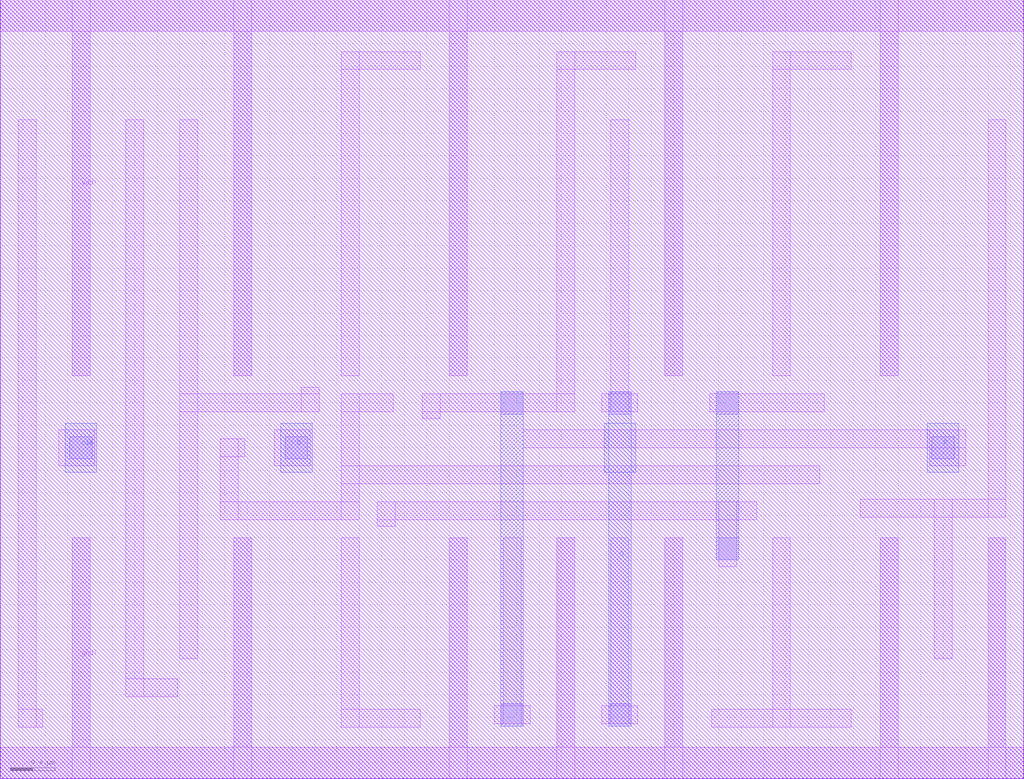
<source format=lef>

#******
# Preview export LEF
#
#	 Preview sub-version 5.10.41_USR5.90.69
#
# TECH LIB NAME: cmrf8sf
# TECH FILE NAME: techfile.cds
#******

VERSION 5.4 ;

NAMESCASESENSITIVE ON ;

DIVIDERCHAR "|" ;
BUSBITCHARS "<>" ;

UNITS
    DATABASE MICRONS 100  ;
END UNITS

 MANUFACTURINGGRID    0.010000 ;
LAYER CA
    TYPE CUT ;
    SPACING 0.24 ;
    ANTENNAAREARATIO 2.00 ;
    ANTENNASIDEAREARATIO 0.00 ;
    ANTENNADIFFAREARATIO 2.00 ;
    ANTENNADIFFSIDEAREARATIO PWL  (  )  ;
    ANTENNACUMAREARATIO PWL  (  )  ;
    ANTENNACUMDIFFAREARATIO PWL  (  )  ;
    ANTENNACUMSIDEAREARATIO PWL  (  )  ;
    ANTENNACUMDIFFSIDEAREARATIO PWL  (  )  ;
    ANTENNAAREAFACTOR  ;
    ANTENNASIDEAREAFACTOR  ;
END CA

LAYER M1
    TYPE ROUTING ;
    WIDTH 0.16 ;
    SPACING 0.16 ;
    OFFSET 0.16 ;
    PITCH 0.32 ;
    DIRECTION HORIZONTAL ;
    RESISTANCE RPERSQ 0.07090000 ;
    ANTENNAAREARATIO 150.00 ;
    ANTENNASIDEAREARATIO 0.00 ;
    ANTENNADIFFAREARATIO 150.00 ;
    ANTENNADIFFSIDEAREARATIO PWL  (  )  ;
    ANTENNACUMAREARATIO PWL  (  )  ;
    ANTENNACUMDIFFAREARATIO PWL  (  )  ;
    ANTENNACUMSIDEAREARATIO PWL  (  )  ;
    ANTENNACUMDIFFSIDEAREARATIO PWL  (  )  ;
    ANTENNAAREAFACTOR  ;
    ANTENNASIDEAREAFACTOR  ;
END M1

LAYER V1
    TYPE CUT ;
    SPACING 0.20 ;
    ANTENNAAREARATIO 10.00 ;
    ANTENNASIDEAREARATIO 0.00 ;
    ANTENNADIFFAREARATIO 10.00 ;
    ANTENNADIFFSIDEAREARATIO PWL  (  )  ;
    ANTENNACUMAREARATIO PWL  (  )  ;
    ANTENNACUMDIFFAREARATIO PWL  (  )  ;
    ANTENNACUMSIDEAREARATIO PWL  (  )  ;
    ANTENNACUMDIFFSIDEAREARATIO PWL  (  )  ;
    ANTENNAAREAFACTOR  ;
    ANTENNASIDEAREAFACTOR  ;
END V1

LAYER M2
    TYPE ROUTING ;
    WIDTH 0.20 ;
    SPACING 0.20 ;
    OFFSET 0.20 ;
    PITCH 0.40 ;
    DIRECTION VERTICAL ;
    RESISTANCE RPERSQ 0.06390000 ;
    ANTENNAAREARATIO 150.00 ;
    ANTENNASIDEAREARATIO 0.00 ;
    ANTENNADIFFAREARATIO 150.00 ;
    ANTENNADIFFSIDEAREARATIO PWL  (  )  ;
    ANTENNACUMAREARATIO PWL  (  )  ;
    ANTENNACUMDIFFAREARATIO PWL  (  )  ;
    ANTENNACUMSIDEAREARATIO PWL  (  )  ;
    ANTENNACUMDIFFSIDEAREARATIO PWL  (  )  ;
    ANTENNAAREAFACTOR  ;
    ANTENNASIDEAREAFACTOR  ;
END M2

LAYER V2
    TYPE CUT ;
    SPACING 0.20 ;
    ANTENNAAREARATIO 10.00 ;
    ANTENNASIDEAREARATIO 0.00 ;
    ANTENNADIFFAREARATIO 10.00 ;
    ANTENNADIFFSIDEAREARATIO PWL  (  )  ;
    ANTENNACUMAREARATIO PWL  (  )  ;
    ANTENNACUMDIFFAREARATIO PWL  (  )  ;
    ANTENNACUMSIDEAREARATIO PWL  (  )  ;
    ANTENNACUMDIFFSIDEAREARATIO PWL  (  )  ;
    ANTENNAAREAFACTOR  ;
    ANTENNASIDEAREAFACTOR  ;
END V2

LAYER M3
    TYPE ROUTING ;
    WIDTH 0.20 ;
    SPACING 0.20 ;
    OFFSET 0.20 ;
    PITCH 0.40 ;
    DIRECTION HORIZONTAL ;
    RESISTANCE RPERSQ 0.06390000 ;
    ANTENNAAREARATIO 150.00 ;
    ANTENNASIDEAREARATIO 0.00 ;
    ANTENNADIFFAREARATIO 150.00 ;
    ANTENNADIFFSIDEAREARATIO PWL  (  )  ;
    ANTENNACUMAREARATIO PWL  (  )  ;
    ANTENNACUMDIFFAREARATIO PWL  (  )  ;
    ANTENNACUMSIDEAREARATIO PWL  (  )  ;
    ANTENNACUMDIFFSIDEAREARATIO PWL  (  )  ;
    ANTENNAAREAFACTOR  ;
    ANTENNASIDEAREAFACTOR  ;
END M3

LAYER VL
    TYPE CUT ;
    SPACING 0.40 ;
    ANTENNAAREARATIO 10.00 ;
    ANTENNASIDEAREARATIO 0.00 ;
    ANTENNADIFFAREARATIO 10.00 ;
    ANTENNADIFFSIDEAREARATIO PWL  (  )  ;
    ANTENNACUMAREARATIO PWL  (  )  ;
    ANTENNACUMDIFFAREARATIO PWL  (  )  ;
    ANTENNACUMSIDEAREARATIO PWL  (  )  ;
    ANTENNACUMDIFFSIDEAREARATIO PWL  (  )  ;
    ANTENNAAREAFACTOR  ;
    ANTENNASIDEAREAFACTOR  ;
END VL

LAYER MQ
    TYPE ROUTING ;
    WIDTH 0.40 ;
    SPACING 0.40 ;
    OFFSET 0.40 ;
    PITCH 0.80 ;
    DIRECTION VERTICAL ;
    RESISTANCE RPERSQ 0.03390000 ;
    ANTENNAAREARATIO 150.00 ;
    ANTENNASIDEAREARATIO 0.00 ;
    ANTENNADIFFAREARATIO 150.00 ;
    ANTENNADIFFSIDEAREARATIO PWL  (  )  ;
    ANTENNACUMAREARATIO PWL  (  )  ;
    ANTENNACUMDIFFAREARATIO PWL  (  )  ;
    ANTENNACUMSIDEAREARATIO PWL  (  )  ;
    ANTENNACUMDIFFSIDEAREARATIO PWL  (  )  ;
    ANTENNAAREAFACTOR  ;
    ANTENNASIDEAREAFACTOR  ;
END MQ

VIA PC_M1 DEFAULT
    RESISTANCE 5.0000000000 ;
    LAYER PC ;
        RECT -0.10 -0.10 0.10 0.10 ;
    LAYER CA ;
        RECT -0.08 -0.08 0.08 0.08 ;
    LAYER M1 ;
        RECT -0.12 -0.12 0.12 0.12 ;
END PC_M1

VIA DPC_M1 DEFAULT
    RESISTANCE 5.0000000000 ;
    LAYER PC ;
        RECT -0.30 -0.10 0.30 0.10 ;
    LAYER CA ;
        RECT 0.12 -0.08 0.28 0.08 ;
        RECT -0.28 -0.08 -0.12 0.08 ;
    LAYER M1 ;
        RECT -0.32 -0.12 0.32 0.12 ;
END DPC_M1

VIA RX_M1 DEFAULT
    RESISTANCE 5.0000000000 ;
    LAYER RX ;
        RECT -0.14 -0.14 0.14 0.14 ;
    LAYER CA ;
        RECT -0.08 -0.08 0.08 0.08 ;
    LAYER M1 ;
        RECT -0.12 -0.12 0.12 0.12 ;
END RX_M1

VIA DRX_M1 DEFAULT
    RESISTANCE 5.0000000000 ;
    LAYER RX ;
        RECT -0.34 -0.14 0.34 0.14 ;
    LAYER CA ;
        RECT 0.12 -0.08 0.28 0.08 ;
        RECT -0.28 -0.08 -0.12 0.08 ;
    LAYER M1 ;
        RECT -0.32 -0.12 0.32 0.12 ;
END DRX_M1

VIA M1_M2 DEFAULT
    RESISTANCE 5.0000000000 ;
    LAYER M1 ;
        RECT -0.16 -0.16 0.16 0.16 ;
    LAYER V1 ;
        RECT -0.10 -0.10 0.10 0.10 ;
    LAYER M2 ;
        RECT -0.10 -0.10 0.10 0.10 ;
END M1_M2

VIA DM1_M2 DEFAULT
    RESISTANCE 5.0000000000 ;
    LAYER M1 ;
        RECT -0.40 -0.16 0.40 0.16 ;
    LAYER V1 ;
        RECT 0.14 -0.10 0.34 0.10 ;
        RECT -0.34 -0.10 -0.14 0.10 ;
    LAYER M2 ;
        RECT -0.34 -0.10 0.34 0.10 ;
END DM1_M2

VIA M2_M3 DEFAULT
    RESISTANCE 5.0000000000 ;
    LAYER M2 ;
        RECT -0.10 -0.10 0.10 0.10 ;
    LAYER V2 ;
        RECT -0.10 -0.10 0.10 0.10 ;
    LAYER M3 ;
        RECT -0.10 -0.10 0.10 0.10 ;
END M2_M3

VIA DM2_M3 DEFAULT
    RESISTANCE 5.0000000000 ;
    LAYER M2 ;
        RECT -0.34 -0.10 0.34 0.10 ;
    LAYER V2 ;
        RECT 0.14 -0.10 0.34 0.10 ;
        RECT -0.34 -0.10 -0.14 0.10 ;
    LAYER M3 ;
        RECT -0.34 -0.10 0.34 0.10 ;
END DM2_M3

VIA M3_MQ DEFAULT
    RESISTANCE 5.0000000000 ;
    LAYER M3 ;
        RECT -0.20 -0.20 0.20 0.20 ;
    LAYER VL ;
        RECT -0.20 -0.20 0.20 0.20 ;
    LAYER MQ ;
        RECT -0.20 -0.20 0.20 0.20 ;
END M3_MQ

VIA DM3_MQ DEFAULT
    RESISTANCE 5.0000000000 ;
    LAYER M3 ;
        RECT -0.60 -0.20 0.60 0.20 ;
    LAYER VL ;
        RECT 0.20 -0.20 0.60 0.20 ;
        RECT -0.60 -0.20 -0.20 0.20 ;
    LAYER MQ ;
        RECT -0.60 -0.20 0.60 0.20 ;
END DM3_MQ

MACRO inv
    CLASS CORE ;
    FOREIGN inv 0 -2.95 ;
    ORIGIN 0.00 2.95 ;
    SIZE 0.96 BY 6.94 ;
    SYMMETRY X Y ;
    SITE core ;
    PIN a
        DIRECTION INPUT ;
        PORT
        LAYER M2 ;
        RECT  0.10 -0.22 0.38 0.22 ;
        END
    END a
    PIN out
        DIRECTION OUTPUT ;
        PORT
        LAYER M2 ;
        RECT  0.58 -0.22 0.86 0.22 ;
        END
    END out
    PIN vdd!
        DIRECTION INOUT ;
        USE POWER ;
        SHAPE ABUTMENT ;
        PORT
        LAYER M1 ;
        RECT  0.00 3.71 0.96 3.99 ;
        RECT  0.16 0.64 0.32 3.99 ;
        END
    END vdd!
    PIN gnd!
        DIRECTION INOUT ;
        USE GROUND ;
        SHAPE ABUTMENT ;
        PORT
        LAYER M1 ;
        RECT  0.00 -2.95 0.96 -2.67 ;
        RECT  0.16 -2.95 0.32 -0.80 ;
        END
    END gnd!
    OBS
        LAYER M1 ;
        RECT  0.10 -0.16 0.42 0.16 ;
        RECT  0.60 -0.16 0.84 0.16 ;
        RECT  0.64 -1.88 0.80 2.92 ;
        RECT  0.00 3.71 0.96 3.99 ;
        RECT  0.16 0.64 0.32 3.99 ;
        RECT  0.00 -2.95 0.96 -2.67 ;
        RECT  0.16 -2.95 0.32 -0.80 ;
        LAYER V1 ;
        RECT  0.14 -0.10 0.34 0.10 ;
        RECT  0.62 -0.10 0.82 0.10 ;
    END
END inv

MACRO oai211
    CLASS CORE ;
    FOREIGN oai211 0 -2.95 ;
    ORIGIN 0.00 2.95 ;
    SIZE 2.40 BY 6.94 ;
    SYMMETRY X Y ;
    SITE core ;
    PIN d
        DIRECTION OUTPUT ;
        PORT
        LAYER M2 ;
        RECT  0.10 -0.22 0.38 0.22 ;
        END
    END d
    PIN out
        DIRECTION OUTPUT ;
        PORT
        LAYER M2 ;
        RECT  1.54 -0.22 1.82 0.22 ;
        END
    END out
    PIN a
        DIRECTION OUTPUT ;
        PORT
        LAYER M2 ;
        RECT  1.06 -0.22 1.34 0.22 ;
        END
    END a
    PIN c
        DIRECTION OUTPUT ;
        PORT
        LAYER M2 ;
        RECT  0.58 -0.22 0.86 0.22 ;
        END
    END c
    PIN b
        DIRECTION OUTPUT ;
        PORT
        LAYER M2 ;
        RECT  2.02 -0.22 2.30 0.22 ;
        END
    END b
    PIN vdd!
        DIRECTION INOUT ;
        USE POWER ;
        SHAPE ABUTMENT ;
        PORT
        LAYER M1 ;
        RECT  0.00 3.71 2.40 3.99 ;
        RECT  1.12 0.64 1.28 3.99 ;
        RECT  0.16 0.64 0.32 3.99 ;
        END
    END vdd!
    PIN gnd!
        DIRECTION INOUT ;
        USE GROUND ;
        SHAPE ABUTMENT ;
        PORT
        LAYER M1 ;
        RECT  0.00 -2.95 2.40 -2.67 ;
        RECT  0.16 -2.95 0.32 -0.80 ;
        END
    END gnd!
    OBS
        LAYER M1 ;
        RECT  0.12 -0.16 0.44 0.16 ;
        RECT  0.60 -0.16 0.92 0.16 ;
        RECT  1.08 -0.16 1.40 0.16 ;
        RECT  1.56 -0.16 1.80 0.16 ;
        RECT  1.60 -1.88 1.76 0.48 ;
        RECT  0.64 0.32 2.24 0.48 ;
        RECT  0.64 0.32 0.80 2.92 ;
        RECT  2.08 0.32 2.24 2.92 ;
        RECT  1.12 -2.20 2.24 -2.04 ;
        RECT  1.12 -2.20 1.28 -0.80 ;
        RECT  2.08 -2.20 2.24 -0.80 ;
        RECT  1.96 -0.16 2.28 0.16 ;
        RECT  0.00 3.71 2.40 3.99 ;
        RECT  1.12 0.64 1.28 3.99 ;
        RECT  0.16 0.64 0.32 3.99 ;
        RECT  0.00 -2.95 2.40 -2.67 ;
        RECT  0.16 -2.95 0.32 -0.80 ;
        LAYER V1 ;
        RECT  0.14 -0.10 0.34 0.10 ;
        RECT  0.62 -0.10 0.82 0.10 ;
        RECT  1.10 -0.10 1.30 0.10 ;
        RECT  1.58 -0.10 1.78 0.10 ;
        RECT  2.06 -0.10 2.26 0.10 ;
        LAYER M2 ;
        RECT  0.10 -0.22 0.38 0.22 ;
        RECT  1.54 -0.22 1.82 0.22 ;
        RECT  1.06 -0.22 1.34 0.22 ;
        RECT  0.58 -0.22 0.86 0.22 ;
        RECT  2.02 -0.22 2.30 0.22 ;
    END
END oai211

MACRO oai21
    CLASS CORE ;
    FOREIGN oai21 0 -2.95 ;
    ORIGIN 0.00 2.95 ;
    SIZE 1.92 BY 6.94 ;
    SYMMETRY X Y ;
    SITE core ;
    PIN a
        DIRECTION INPUT ;
        PORT
        LAYER M2 ;
        RECT  0.10 -0.22 0.38 0.22 ;
        END
    END a
    PIN b
        DIRECTION INPUT ;
        PORT
        LAYER M2 ;
        RECT  0.58 -0.22 0.86 0.22 ;
        END
    END b
    PIN c
        DIRECTION INPUT ;
        PORT
        LAYER M2 ;
        RECT  1.06 -0.22 1.34 0.22 ;
        END
    END c
    PIN out
        DIRECTION OUTPUT ;
        PORT
        LAYER M2 ;
        RECT  1.54 -0.22 1.82 0.22 ;
        END
    END out
    PIN vdd!
        DIRECTION INOUT ;
        USE POWER ;
        SHAPE ABUTMENT ;
        PORT
        LAYER M1 ;
        RECT  0.00 3.71 1.92 3.99 ;
        RECT  1.60 0.64 1.76 3.99 ;
        RECT  0.16 0.64 0.32 3.99 ;
        END
    END vdd!
    PIN gnd!
        DIRECTION INOUT ;
        USE GROUND ;
        SHAPE ABUTMENT ;
        PORT
        LAYER M1 ;
        RECT  0.00 -2.95 1.92 -2.67 ;
        RECT  0.64 -2.95 0.80 -0.80 ;
        END
    END gnd!
    OBS
        LAYER M1 ;
        RECT  0.12 -0.16 0.44 0.16 ;
        RECT  0.60 -0.16 0.92 0.16 ;
        RECT  0.16 -1.88 0.32 -0.32 ;
        RECT  1.12 -1.88 1.28 -0.32 ;
        RECT  0.16 -0.48 1.28 -0.32 ;
        RECT  1.08 -0.16 1.40 0.16 ;
        RECT  1.56 -0.16 1.80 0.16 ;
        RECT  1.60 -1.88 1.76 0.48 ;
        RECT  1.12 0.32 1.76 0.48 ;
        RECT  1.12 0.32 1.28 2.92 ;
        RECT  0.00 3.71 1.92 3.99 ;
        RECT  1.60 0.64 1.76 3.99 ;
        RECT  0.16 0.64 0.32 3.99 ;
        RECT  0.00 -2.95 1.92 -2.67 ;
        RECT  0.64 -2.95 0.80 -0.80 ;
        LAYER V1 ;
        RECT  0.14 -0.10 0.34 0.10 ;
        RECT  0.62 -0.10 0.82 0.10 ;
        RECT  1.10 -0.10 1.30 0.10 ;
        RECT  1.58 -0.10 1.78 0.10 ;
    END
END oai21

MACRO nand2
    CLASS CORE ;
    FOREIGN nand2 0 -2.95 ;
    ORIGIN 0.00 2.95 ;
    SIZE 1.44 BY 6.94 ;
    SYMMETRY X Y ;
    SITE core ;
    PIN a
        DIRECTION INPUT ;
        PORT
        LAYER M2 ;
        RECT  0.10 -0.22 0.38 0.22 ;
        END
    END a
    PIN b
        DIRECTION INPUT ;
        PORT
        LAYER M2 ;
        RECT  0.58 -0.22 0.86 0.22 ;
        END
    END b
    PIN out
        DIRECTION OUTPUT ;
        PORT
        LAYER M2 ;
        RECT  1.06 -0.22 1.34 0.22 ;
        END
    END out
    PIN vdd!
        DIRECTION INOUT ;
        USE POWER ;
        SHAPE ABUTMENT ;
        PORT
        LAYER M1 ;
        RECT  0.00 3.71 1.44 3.99 ;
        RECT  1.12 0.64 1.28 3.99 ;
        RECT  0.16 0.64 0.32 3.99 ;
        END
    END vdd!
    PIN gnd!
        DIRECTION INOUT ;
        USE GROUND ;
        SHAPE ABUTMENT ;
        PORT
        LAYER M1 ;
        RECT  0.00 -2.95 1.44 -2.67 ;
        RECT  0.16 -2.95 0.32 -0.80 ;
        END
    END gnd!
    OBS
        LAYER M1 ;
        RECT  0.12 -0.16 0.44 0.16 ;
        RECT  0.60 -0.16 0.92 0.16 ;
        RECT  1.08 -0.16 1.32 0.16 ;
        RECT  1.12 -1.88 1.28 0.48 ;
        RECT  0.64 0.32 1.28 0.48 ;
        RECT  0.64 0.32 0.80 2.92 ;
        RECT  0.00 3.71 1.44 3.99 ;
        RECT  1.12 0.64 1.28 3.99 ;
        RECT  0.16 0.64 0.32 3.99 ;
        RECT  0.00 -2.95 1.44 -2.67 ;
        RECT  0.16 -2.95 0.32 -0.80 ;
        LAYER V1 ;
        RECT  0.14 -0.10 0.34 0.10 ;
        RECT  0.62 -0.10 0.82 0.10 ;
        RECT  1.10 -0.10 1.30 0.10 ;
    END
END nand2

MACRO mux2to1
    CLASS CORE ;
    FOREIGN mux2to1 0 -2.95 ;
    ORIGIN 0.00 2.95 ;
    SIZE 3.36 BY 6.94 ;
    SYMMETRY X Y ;
    SITE core ;
    PIN b
        DIRECTION INPUT ;
        PORT
        LAYER M2 ;
        RECT  2.02 -0.22 2.30 0.22 ;
        END
    END b
    PIN out
        DIRECTION OUTPUT ;
        PORT
        LAYER M2 ;
        RECT  2.98 -0.22 3.26 0.22 ;
        END
    END out
    PIN s
        DIRECTION INPUT ;
        PORT
        LAYER M2 ;
        RECT  0.58 -0.22 0.86 0.22 ;
        END
    END s
    PIN a
        DIRECTION INPUT ;
        PORT
        LAYER M2 ;
        RECT  1.06 -0.22 1.34 0.22 ;
        END
    END a
    PIN vdd!
        DIRECTION INOUT ;
        USE POWER ;
        SHAPE ABUTMENT ;
        PORT
        LAYER M1 ;
        RECT  0.00 3.71 3.36 3.99 ;
        RECT  2.56 0.64 2.72 3.99 ;
        RECT  0.64 0.64 0.80 3.99 ;
        END
    END vdd!
    PIN gnd!
        DIRECTION INOUT ;
        USE GROUND ;
        SHAPE ABUTMENT ;
        PORT
        LAYER M1 ;
        RECT  0.00 -2.95 3.36 -2.67 ;
        RECT  2.56 -2.95 2.72 -0.80 ;
        RECT  0.64 -2.95 0.80 -0.80 ;
        END
    END gnd!
    OBS
        LAYER M1 ;
        RECT  0.52 -0.16 0.84 0.16 ;
        RECT  1.00 -0.16 1.32 0.16 ;
        RECT  0.16 -0.64 1.76 -0.48 ;
        RECT  1.60 -0.64 1.76 0.14 ;
        RECT  0.16 -1.88 0.32 2.92 ;
        RECT  1.60 -2.49 2.30 -2.33 ;
        RECT  1.60 -2.49 1.76 -0.80 ;
        RECT  2.04 -0.16 2.36 0.16 ;
        RECT  2.68 -0.14 2.84 0.48 ;
        RECT  1.60 0.32 2.84 0.48 ;
        RECT  1.60 0.32 1.76 2.92 ;
        RECT  3.00 -0.16 3.24 0.16 ;
        RECT  3.04 -1.88 3.20 2.92 ;
        LAYER V1 ;
        RECT  0.62 -0.10 0.82 0.10 ;
        RECT  1.10 -0.10 1.30 0.10 ;
        RECT  2.06 -0.10 2.26 0.10 ;
        RECT  3.02 -0.10 3.22 0.10 ;
    END
END mux2to1

MACRO xor2
    CLASS CORE ;
    FOREIGN xor2 0 -2.95 ;
    ORIGIN 0.00 2.95 ;
    SIZE 2.88 BY 6.94 ;
    SYMMETRY X Y ;
    SITE core ;
    PIN out
        DIRECTION OUTPUT ;
        PORT
        LAYER M2 ;
        RECT  2.02 -0.22 2.30 0.22 ;
        END
    END out
    PIN b
        DIRECTION INPUT ;
        PORT
        LAYER M2 ;
        RECT  1.54 -0.22 1.82 0.22 ;
        END
    END b
    PIN a
        DIRECTION INPUT ;
        PORT
        LAYER M2 ;
        RECT  2.50 -0.22 2.78 0.22 ;
        END
    END a
    PIN vdd!
        DIRECTION INOUT ;
        USE POWER ;
        SHAPE ABUTMENT ;
        PORT
        LAYER M1 ;
        RECT  0.00 3.71 2.88 3.99 ;
        RECT  1.12 0.64 1.28 3.99 ;
        END
    END vdd!
    PIN gnd!
        DIRECTION INOUT ;
        USE GROUND ;
        SHAPE ABUTMENT ;
        PORT
        LAYER M1 ;
        RECT  0.00 -2.95 2.88 -2.67 ;
        RECT  2.56 -2.95 2.72 -0.80 ;
        RECT  1.12 -2.95 1.28 -0.80 ;
        RECT  0.16 -2.95 0.32 -0.80 ;
        END
    END gnd!
    OBS
        LAYER M1 ;
        RECT  0.64 -1.88 0.80 0.08 ;
        RECT  0.16 -0.08 1.40 0.08 ;
        RECT  1.24 -0.14 1.40 0.14 ;
        RECT  0.16 -0.08 0.32 2.92 ;
        RECT  1.56 -0.16 1.88 0.16 ;
        RECT  1.60 -0.16 1.76 0.48 ;
        RECT  0.48 0.32 1.76 0.48 ;
        RECT  0.48 0.32 0.64 0.54 ;
        RECT  1.60 -1.88 1.76 -0.32 ;
        RECT  1.60 -0.48 2.24 -0.32 ;
        RECT  2.04 -0.16 2.28 0.16 ;
        RECT  2.08 -0.48 2.24 2.92 ;
        RECT  1.60 0.64 1.76 3.24 ;
        RECT  2.56 0.64 2.72 3.24 ;
        RECT  1.60 3.08 2.72 3.24 ;
        RECT  2.44 -0.16 2.76 0.16 ;
        RECT  0.00 3.71 2.88 3.99 ;
        RECT  1.12 0.64 1.28 3.99 ;
        RECT  0.00 -2.95 2.88 -2.67 ;
        RECT  2.56 -2.95 2.72 -0.80 ;
        RECT  1.12 -2.95 1.28 -0.80 ;
        RECT  0.16 -2.95 0.32 -0.80 ;
        LAYER V1 ;
        RECT  1.58 -0.10 1.78 0.10 ;
        RECT  2.06 -0.10 2.26 0.10 ;
        RECT  2.54 -0.10 2.74 0.10 ;
    END
END xor2

MACRO nor2
    CLASS CORE ;
    FOREIGN nor2 0 -2.95 ;
    ORIGIN 0.00 2.95 ;
    SIZE 1.44 BY 6.94 ;
    SYMMETRY X Y ;
    SITE core ;
    PIN out
        DIRECTION OUTPUT ;
        PORT
        LAYER M2 ;
        RECT  1.06 -0.22 1.34 0.22 ;
        END
    END out
    PIN a
        DIRECTION INPUT ;
        PORT
        LAYER M2 ;
        RECT  0.10 -0.22 0.38 0.22 ;
        END
    END a
    PIN b
        DIRECTION INPUT ;
        PORT
        LAYER M2 ;
        RECT  0.58 -0.22 0.86 0.22 ;
        END
    END b
    PIN vdd!
        DIRECTION INOUT ;
        USE POWER ;
        SHAPE ABUTMENT ;
        PORT
        LAYER M1 ;
        RECT  0.00 3.71 1.44 3.99 ;
        RECT  0.16 0.64 0.32 3.99 ;
        END
    END vdd!
    PIN gnd!
        DIRECTION INOUT ;
        USE GROUND ;
        SHAPE ABUTMENT ;
        PORT
        LAYER M1 ;
        RECT  0.00 -2.95 1.44 -2.67 ;
        RECT  1.12 -2.95 1.28 -0.80 ;
        RECT  0.16 -2.95 0.32 -0.80 ;
        END
    END gnd!
    OBS
        LAYER M1 ;
        RECT  0.12 -0.16 0.44 0.16 ;
        RECT  0.60 -0.16 0.92 0.16 ;
        RECT  0.64 -1.88 0.80 -0.32 ;
        RECT  0.64 -0.48 1.28 -0.32 ;
        RECT  1.08 -0.16 1.32 0.16 ;
        RECT  1.12 -0.48 1.28 2.92 ;
        RECT  0.00 3.71 1.44 3.99 ;
        RECT  0.16 0.64 0.32 3.99 ;
        RECT  0.00 -2.95 1.44 -2.67 ;
        RECT  1.12 -2.95 1.28 -0.80 ;
        RECT  0.16 -2.95 0.32 -0.80 ;
        LAYER V1 ;
        RECT  0.14 -0.10 0.34 0.10 ;
        RECT  0.62 -0.10 0.82 0.10 ;
        RECT  1.10 -0.10 1.30 0.10 ;
    END
END nor2

MACRO aoi22
    CLASS CORE ;
    FOREIGN aoi22 0 -2.95 ;
    ORIGIN 0.00 2.95 ;
    SIZE 2.40 BY 6.94 ;
    SYMMETRY X Y ;
    SITE core ;
    PIN a
        DIRECTION INPUT ;
        PORT
        LAYER M2 ;
        RECT  0.10 -0.22 0.38 0.22 ;
        END
    END a
    PIN b
        DIRECTION INPUT ;
        PORT
        LAYER M2 ;
        RECT  0.58 -0.22 0.86 0.22 ;
        END
    END b
    PIN c
        DIRECTION INPUT ;
        PORT
        LAYER M2 ;
        RECT  1.06 -0.22 1.34 0.22 ;
        END
    END c
    PIN out
        DIRECTION OUTPUT ;
        PORT
        LAYER M2 ;
        RECT  1.54 -0.22 1.82 0.22 ;
        END
    END out
    PIN d
        DIRECTION INPUT ;
        PORT
        LAYER M2 ;
        RECT  2.02 -0.22 2.30 0.22 ;
        END
    END d
    PIN vdd!
        DIRECTION INOUT ;
        USE POWER ;
        SHAPE ABUTMENT ;
        PORT
        LAYER M1 ;
        RECT  0.00 3.71 2.40 3.99 ;
        RECT  0.64 0.64 0.80 3.99 ;
        END
    END vdd!
    PIN gnd!
        DIRECTION INOUT ;
        USE GROUND ;
        SHAPE ABUTMENT ;
        PORT
        LAYER M1 ;
        RECT  0.00 -2.95 2.40 -2.67 ;
        RECT  1.12 -2.95 1.28 -0.80 ;
        END
    END gnd!
    OBS
        LAYER M1 ;
        RECT  0.12 -0.16 0.44 0.16 ;
        RECT  0.60 -0.16 0.92 0.16 ;
        RECT  1.08 -0.16 1.40 0.16 ;
        RECT  0.16 0.32 1.28 0.48 ;
        RECT  0.16 0.32 0.32 2.92 ;
        RECT  1.12 0.32 1.28 3.24 ;
        RECT  2.08 0.64 2.24 3.24 ;
        RECT  1.12 3.08 2.24 3.24 ;
        RECT  0.16 -1.88 0.32 -0.48 ;
        RECT  2.08 -1.88 2.24 -0.48 ;
        RECT  0.16 -0.64 2.24 -0.48 ;
        RECT  1.56 -0.16 1.80 0.16 ;
        RECT  1.60 -0.64 1.76 2.92 ;
        RECT  1.96 -0.16 2.28 0.16 ;
        RECT  0.00 3.71 2.40 3.99 ;
        RECT  0.64 0.64 0.80 3.99 ;
        RECT  0.00 -2.95 2.40 -2.67 ;
        RECT  1.12 -2.95 1.28 -0.80 ;
        LAYER V1 ;
        RECT  0.14 -0.10 0.34 0.10 ;
        RECT  0.62 -0.10 0.82 0.10 ;
        RECT  1.10 -0.10 1.30 0.10 ;
        RECT  1.58 -0.10 1.78 0.10 ;
        RECT  2.06 -0.10 2.26 0.10 ;
        LAYER M2 ;
        RECT  0.10 -0.22 0.38 0.22 ;
        RECT  0.58 -0.22 0.86 0.22 ;
        RECT  1.06 -0.22 1.34 0.22 ;
        RECT  1.54 -0.22 1.82 0.22 ;
        RECT  2.02 -0.22 2.30 0.22 ;
    END
END aoi22

MACRO filler
    CLASS CORE ;
    FOREIGN filler -1.11 -2.95 ;
    ORIGIN 1.11 2.95 ;
    SIZE 0.48 BY 6.94 ;
    SYMMETRY X Y ;
    SITE core ;
    PIN gnd!
        DIRECTION INOUT ;
        USE GROUND ;
        SHAPE ABUTMENT ;
        PORT
        LAYER M1 ;
        RECT  -1.11 -2.95 -0.63 -2.67 ;
        END
    END gnd!
    PIN vdd!
        DIRECTION INOUT ;
        USE POWER ;
        SHAPE ABUTMENT ;
        PORT
        LAYER M1 ;
        RECT  -1.11 3.71 -0.63 3.99 ;
        END
    END vdd!
    OBS
        LAYER M1 ;
        RECT  -1.11 -2.95 -0.63 -2.67 ;
        RECT  -1.11 3.71 -0.63 3.99 ;
    END
END filler

MACRO d_ff
    CLASS CORE ;
    FOREIGN d_ff 0 -2.95 ;
    ORIGIN 0.00 2.95 ;
    SIZE 9.12 BY 6.94 ;
    SYMMETRY X Y ;
    SITE core ;
    PIN clk
        DIRECTION INPUT ;
        USE CLOCK ;
        PORT
        LAYER M2 ;
        RECT  0.58 -0.22 0.86 0.22 ;
        END
    END clk
    PIN D
        DIRECTION INPUT ;
        PORT
        LAYER M2 ;
        RECT  2.50 -0.22 2.78 0.22 ;
        END
    END D
    PIN R
        DIRECTION INPUT ;
        PORT
        LAYER M2 ;
        RECT  8.26 -0.22 8.54 0.22 ;
        END
    END R
    PIN Q
        DIRECTION OUTPUT ;
        PORT
        LAYER M2 ;
        RECT  5.38 -0.22 5.66 0.22 ;
        RECT  5.42 -2.48 5.62 0.50 ;
        END
    END Q
    PIN vdd!
        DIRECTION INOUT ;
        USE POWER ;
        SHAPE ABUTMENT ;
        PORT
        LAYER M1 ;
        RECT  0.00 3.71 9.12 3.99 ;
        RECT  7.84 0.64 8.00 3.99 ;
        RECT  5.92 0.64 6.08 3.99 ;
        RECT  4.00 0.64 4.16 3.99 ;
        RECT  2.08 0.64 2.24 3.99 ;
        RECT  0.64 0.64 0.80 3.99 ;
        END
    END vdd!
    PIN gnd!
        DIRECTION INOUT ;
        USE GROUND ;
        SHAPE ABUTMENT ;
        PORT
        LAYER M1 ;
        RECT  0.00 -2.95 9.12 -2.67 ;
        RECT  8.80 -2.95 8.96 -0.80 ;
        RECT  7.84 -2.95 8.00 -0.80 ;
        RECT  5.92 -2.95 6.08 -0.80 ;
        RECT  4.96 -2.95 5.12 -0.80 ;
        RECT  4.00 -2.95 4.16 -0.80 ;
        RECT  2.08 -2.95 2.24 -0.80 ;
        RECT  0.64 -2.95 0.80 -0.80 ;
        END
    END gnd!
    OBS
        LAYER M1 ;
        RECT  0.16 -2.49 0.38 -2.33 ;
        RECT  0.16 -2.49 0.32 2.92 ;
        RECT  0.52 -0.16 0.84 0.16 ;
        RECT  1.12 -2.22 1.58 -2.06 ;
        RECT  1.12 -2.22 1.28 2.92 ;
        RECT  2.44 -0.16 2.76 0.16 ;
        RECT  1.60 0.32 2.84 0.48 ;
        RECT  2.68 0.32 2.84 0.54 ;
        RECT  1.60 -1.88 1.76 2.92 ;
        RECT  3.04 0.64 3.20 3.53 ;
        RECT  3.04 3.37 3.74 3.53 ;
        RECT  3.04 -2.49 3.74 -2.33 ;
        RECT  3.04 -2.49 3.20 -0.80 ;
        RECT  4.40 -2.46 4.72 -2.30 ;
        RECT  4.48 -2.46 4.64 -0.80 ;
        RECT  3.76 0.26 3.92 0.48 ;
        RECT  3.76 0.32 5.12 0.48 ;
        RECT  4.96 0.32 5.12 3.53 ;
        RECT  4.96 3.37 5.66 3.53 ;
        RECT  5.36 0.32 5.68 0.48 ;
        RECT  5.44 0.32 5.60 2.92 ;
        RECT  5.36 -2.46 5.68 -2.30 ;
        RECT  5.44 -2.46 5.60 -0.80 ;
        RECT  3.36 -0.70 3.52 -0.48 ;
        RECT  6.40 -1.06 6.56 -0.48 ;
        RECT  3.36 -0.64 6.74 -0.48 ;
        RECT  1.96 -0.64 3.20 -0.48 ;
        RECT  3.04 -0.32 7.30 -0.16 ;
        RECT  1.96 -0.64 2.12 0.08 ;
        RECT  1.96 -0.08 2.18 0.08 ;
        RECT  3.04 -0.64 3.20 0.48 ;
        RECT  3.04 0.32 3.50 0.48 ;
        RECT  6.32 0.32 7.34 0.48 ;
        RECT  6.88 0.64 7.04 3.53 ;
        RECT  6.88 3.37 7.58 3.53 ;
        RECT  6.34 -2.49 7.58 -2.33 ;
        RECT  6.88 -2.49 7.04 -0.80 ;
        RECT  8.28 -0.16 8.60 0.16 ;
        RECT  4.66 0.00 8.60 0.16 ;
        RECT  8.32 -1.88 8.48 -0.46 ;
        RECT  7.66 -0.62 8.96 -0.46 ;
        RECT  8.80 -0.62 8.96 2.92 ;
        RECT  0.00 3.71 9.12 3.99 ;
        RECT  7.84 0.64 8.00 3.99 ;
        RECT  5.92 0.64 6.08 3.99 ;
        RECT  4.00 0.64 4.16 3.99 ;
        RECT  2.08 0.64 2.24 3.99 ;
        RECT  0.64 0.64 0.80 3.99 ;
        RECT  0.00 -2.95 9.12 -2.67 ;
        RECT  8.80 -2.95 8.96 -0.80 ;
        RECT  7.84 -2.95 8.00 -0.80 ;
        RECT  5.92 -2.95 6.08 -0.80 ;
        RECT  4.96 -2.95 5.12 -0.80 ;
        RECT  4.00 -2.95 4.16 -0.80 ;
        RECT  2.08 -2.95 2.24 -0.80 ;
        RECT  0.64 -2.95 0.80 -0.80 ;
        LAYER V1 ;
        RECT  0.62 -0.10 0.82 0.10 ;
        RECT  2.54 -0.10 2.74 0.10 ;
        RECT  4.46 0.30 4.66 0.50 ;
        RECT  4.46 -2.48 4.66 -2.28 ;
        RECT  5.42 0.30 5.62 0.50 ;
        RECT  5.42 -2.48 5.62 -2.28 ;
        RECT  6.38 0.30 6.58 0.50 ;
        RECT  6.38 -1.00 6.58 -0.80 ;
        RECT  8.30 -0.10 8.50 0.10 ;
        LAYER M2 ;
        RECT  4.46 -2.48 4.66 0.50 ;
        RECT  6.38 -1.00 6.58 0.50 ;
    END
END d_ff

END LIBRARY

</source>
